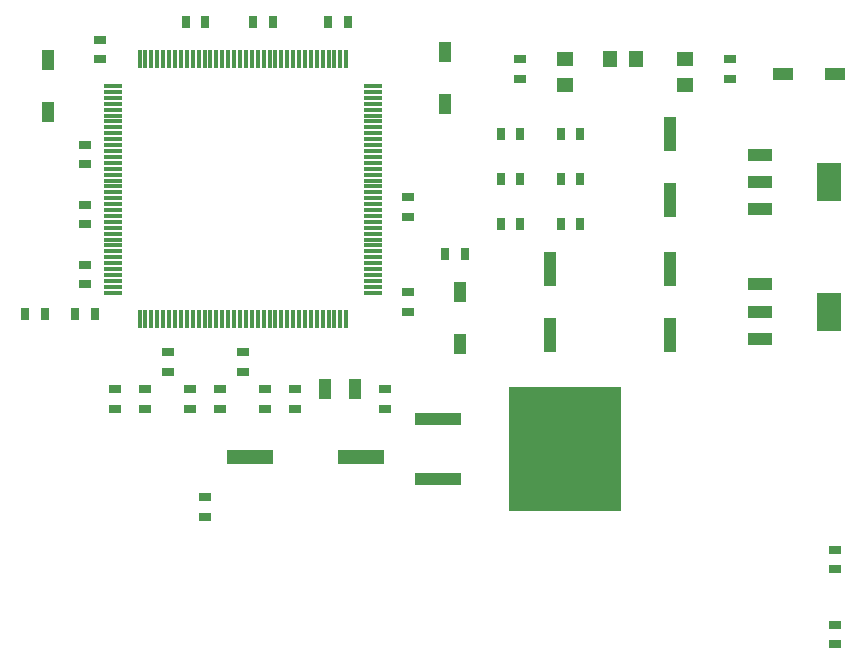
<source format=gbr>
%TF.GenerationSoftware,Altium Limited,Altium Designer,21.0.4 (50)*%
G04 Layer_Color=128*
%FSLAX25Y25*%
%MOIN*%
%TF.SameCoordinates,7C4F9ACF-F1D8-4562-922E-26F05696B097*%
%TF.FilePolarity,Positive*%
%TF.FileFunction,Paste,Bot*%
%TF.Part,Single*%
G01*
G75*
%TA.AperFunction,SMDPad,CuDef*%
%ADD10R,0.03150X0.03937*%
%ADD11R,0.04500X0.05400*%
%ADD14R,0.03937X0.03150*%
%ADD19R,0.05400X0.04500*%
%ADD36R,0.05906X0.01181*%
%ADD37R,0.01181X0.05906*%
%ADD38R,0.08465X0.12992*%
%ADD39R,0.08465X0.03937*%
%ADD40R,0.15748X0.04724*%
%ADD41R,0.37402X0.41732*%
%ADD42R,0.03937X0.11811*%
%ADD43R,0.03937X0.07087*%
%ADD44R,0.07087X0.03937*%
%ADD45R,0.03937X0.06693*%
%ADD46R,0.15551X0.03937*%
D10*
X63406Y227500D02*
D03*
X85906D02*
D03*
X110906D02*
D03*
X10000Y130000D02*
D03*
X156594Y150000D02*
D03*
X168406Y190000D02*
D03*
Y175000D02*
D03*
Y160000D02*
D03*
X117500Y227500D02*
D03*
X92500D02*
D03*
X70000D02*
D03*
X175000Y190000D02*
D03*
Y175000D02*
D03*
Y160000D02*
D03*
X16594Y130000D02*
D03*
X26594D02*
D03*
X33189D02*
D03*
X150000Y150000D02*
D03*
X188406Y190000D02*
D03*
X195000D02*
D03*
X188406Y175000D02*
D03*
X195000D02*
D03*
X188406Y160000D02*
D03*
X195000D02*
D03*
D11*
X205000Y215000D02*
D03*
X213500D02*
D03*
D14*
X70000Y62500D02*
D03*
Y69094D02*
D03*
X280000Y45000D02*
D03*
Y51594D02*
D03*
Y20000D02*
D03*
Y26594D02*
D03*
X130000Y105000D02*
D03*
Y98406D02*
D03*
X82500Y117500D02*
D03*
Y110906D02*
D03*
X137500Y169094D02*
D03*
Y130906D02*
D03*
X57500Y110906D02*
D03*
X30000Y146594D02*
D03*
Y160000D02*
D03*
Y180000D02*
D03*
X35000Y221594D02*
D03*
X50000Y105000D02*
D03*
X100000Y98406D02*
D03*
X90000Y105000D02*
D03*
X65000D02*
D03*
X175000Y208406D02*
D03*
X245000D02*
D03*
X35000Y215000D02*
D03*
X30000Y166594D02*
D03*
Y186594D02*
D03*
Y140000D02*
D03*
X57500Y117500D02*
D03*
X137500Y137500D02*
D03*
Y162500D02*
D03*
X50000Y98406D02*
D03*
X40000Y105000D02*
D03*
Y98406D02*
D03*
X100000Y105000D02*
D03*
X90000Y98406D02*
D03*
X65000D02*
D03*
X75000Y105000D02*
D03*
Y98406D02*
D03*
X175000Y215000D02*
D03*
X245000D02*
D03*
D19*
X190000Y206500D02*
D03*
X230000D02*
D03*
X190000Y215000D02*
D03*
X230000D02*
D03*
D36*
X125827Y204173D02*
D03*
Y202205D02*
D03*
Y206142D02*
D03*
Y198268D02*
D03*
Y196299D02*
D03*
Y200236D02*
D03*
Y180551D02*
D03*
Y178583D02*
D03*
Y184488D02*
D03*
Y182520D02*
D03*
Y174646D02*
D03*
Y172677D02*
D03*
Y176614D02*
D03*
Y192362D02*
D03*
Y190394D02*
D03*
Y194331D02*
D03*
Y188425D02*
D03*
Y186457D02*
D03*
Y164803D02*
D03*
Y162835D02*
D03*
Y168740D02*
D03*
Y166772D02*
D03*
Y158898D02*
D03*
Y156929D02*
D03*
Y160866D02*
D03*
Y170709D02*
D03*
Y145118D02*
D03*
Y143150D02*
D03*
Y149055D02*
D03*
Y147087D02*
D03*
Y139213D02*
D03*
Y137244D02*
D03*
Y141181D02*
D03*
Y152992D02*
D03*
Y151024D02*
D03*
Y154961D02*
D03*
X39213Y188425D02*
D03*
Y192362D02*
D03*
Y190394D02*
D03*
Y184488D02*
D03*
Y182520D02*
D03*
Y186457D02*
D03*
Y202205D02*
D03*
Y200236D02*
D03*
Y206142D02*
D03*
Y204173D02*
D03*
Y196299D02*
D03*
Y194331D02*
D03*
Y198268D02*
D03*
Y164803D02*
D03*
Y162835D02*
D03*
Y168740D02*
D03*
Y166772D02*
D03*
Y158898D02*
D03*
Y160866D02*
D03*
Y178583D02*
D03*
Y176614D02*
D03*
Y180551D02*
D03*
Y172677D02*
D03*
Y170709D02*
D03*
Y174646D02*
D03*
Y143150D02*
D03*
Y152992D02*
D03*
Y151024D02*
D03*
Y156929D02*
D03*
Y154961D02*
D03*
Y147087D02*
D03*
Y145118D02*
D03*
Y149055D02*
D03*
Y139213D02*
D03*
Y137244D02*
D03*
Y141181D02*
D03*
D37*
X95315Y215000D02*
D03*
X97283D02*
D03*
X91378D02*
D03*
X93346D02*
D03*
X101220D02*
D03*
X103189D02*
D03*
X99252D02*
D03*
X81535D02*
D03*
X83504D02*
D03*
X77598D02*
D03*
X79567D02*
D03*
X87441D02*
D03*
X89409D02*
D03*
X85472D02*
D03*
X109094D02*
D03*
X111063D02*
D03*
X105157D02*
D03*
X107126D02*
D03*
X115000D02*
D03*
X116969D02*
D03*
X113031D02*
D03*
X89409Y128386D02*
D03*
X91378D02*
D03*
X87441D02*
D03*
X77598D02*
D03*
X79567D02*
D03*
X83504D02*
D03*
X85472D02*
D03*
X81535D02*
D03*
X109094D02*
D03*
X111063D02*
D03*
X105157D02*
D03*
X107126D02*
D03*
X115000D02*
D03*
X116969D02*
D03*
X113031D02*
D03*
X95315D02*
D03*
X97283D02*
D03*
X93346D02*
D03*
X101220D02*
D03*
X103189D02*
D03*
X99252D02*
D03*
X65787Y215000D02*
D03*
X67756D02*
D03*
X61850D02*
D03*
X63819D02*
D03*
X71693D02*
D03*
X73661D02*
D03*
X69724D02*
D03*
X52008D02*
D03*
X53976D02*
D03*
X48071D02*
D03*
X50039D02*
D03*
X57913D02*
D03*
X59882D02*
D03*
X55945D02*
D03*
X75630D02*
D03*
X67756Y128386D02*
D03*
X69724D02*
D03*
X63819D02*
D03*
X65787D02*
D03*
X73661D02*
D03*
X75630D02*
D03*
X71693D02*
D03*
X53976D02*
D03*
X55945D02*
D03*
X50039D02*
D03*
X52008D02*
D03*
X59882D02*
D03*
X61850D02*
D03*
X57913D02*
D03*
X48071D02*
D03*
D38*
X278032Y130945D02*
D03*
Y174055D02*
D03*
D39*
X255000Y140000D02*
D03*
Y130945D02*
D03*
Y121890D02*
D03*
Y165000D02*
D03*
Y183110D02*
D03*
Y174055D02*
D03*
D40*
X122008Y82500D02*
D03*
X85000D02*
D03*
D41*
X190000Y85000D02*
D03*
D42*
X185000Y123000D02*
D03*
X225000Y168000D02*
D03*
Y123000D02*
D03*
X185000Y145000D02*
D03*
X225000Y190000D02*
D03*
Y145000D02*
D03*
D43*
X150000Y200000D02*
D03*
X17500Y197500D02*
D03*
X155000Y137323D02*
D03*
X17500Y214823D02*
D03*
X155000Y120000D02*
D03*
X150000Y217323D02*
D03*
D44*
X280000Y210000D02*
D03*
X262677D02*
D03*
D45*
X119843Y105000D02*
D03*
X110000D02*
D03*
D46*
X147500Y75000D02*
D03*
Y95000D02*
D03*
%TF.MD5,8b33fce1d44ea2617b0ea1a3e79cef68*%
M02*

</source>
